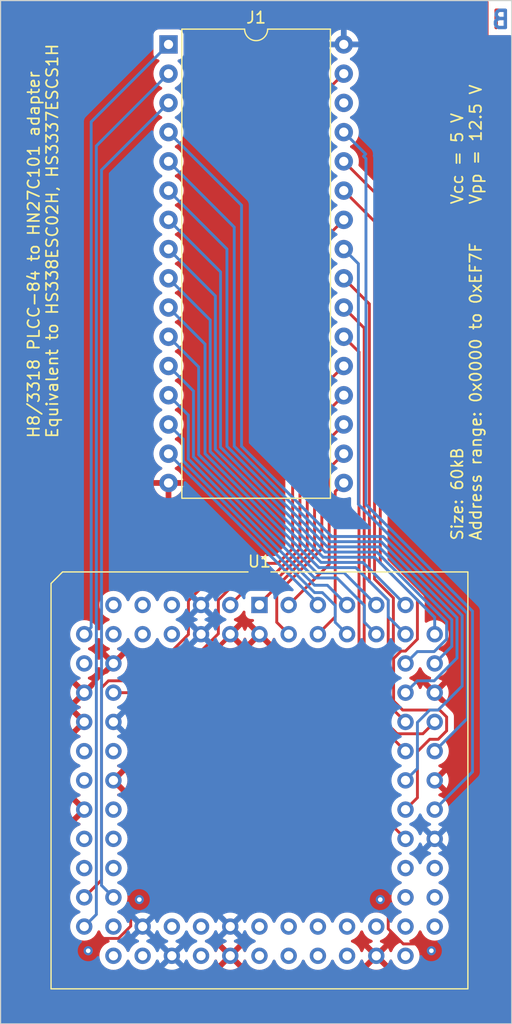
<source format=kicad_pcb>
(kicad_pcb (version 20221018) (generator pcbnew)
  (layers (0 "F.Cu" signal) (31 "B.Cu" signal) (34 "B.Paste" user) (35 "F.Paste" user) (36 "B.SilkS" user "B.Silkscreen") (37 "F.SilkS" user "F.Silkscreen") (38 "B.Mask" user) (39 "F.Mask" user) (44 "Edge.Cuts" user))
  (net 0 "")
  (net 1 "VPP")
  (net 2 "/EA16")
  (net 3 "/EA15")
  (net 4 "/EA12")
  (net 5 "/EA7")
  (net 6 "/EA6")
  (net 7 "/EA5")
  (net 8 "GND")
  (net 9 "/EA4")
  (net 10 "/EA3")
  (net 11 "/EA2")
  (net 12 "/EA1")
  (net 13 "/EA0")
  (net 14 "/EO0")
  (net 15 "/EO1")
  (net 16 "/EO2")
  (net 17 "/EO3")
  (net 18 "/EO4")
  (net 19 "/EO5")
  (net 20 "/EO6")
  (net 21 "/EO7")
  (net 22 "/CE")
  (net 23 "/EA10")
  (net 24 "/OE")
  (net 25 "/EA11")
  (net 26 "/EA9")
  (net 27 "/EA8")
  (net 28 "/EA13")
  (net 29 "/EA14")
  (net 31 "/PGM")
  (net 44 "VCC")
  (footprint "Package_DIP:DIP-32_W15.24mm" (layer "F.Cu") (at 90.805 48.26)
    (fp_text reference "J1" (at 7.62 -2.33) (layer "F.SilkS"))
    (fp_text value "Conn_02x16_Counter_Clockwise")
    (fp_line (start 1.16 -1.33) (end 1.16 39.43) (stroke (width 0.12)) (layer "F.SilkS"))
    (fp_line (start 1.16 39.43) (end 14.08 39.43) (stroke (width 0.12)) (layer "F.SilkS"))
    (fp_line (start 6.62 -1.33) (end 1.16 -1.33) (stroke (width 0.12)) (layer "F.SilkS"))
    (fp_line (start 14.08 -1.33) (end 8.62 -1.33) (stroke (width 0.12)) (layer "F.SilkS"))
    (fp_line (start 14.08 39.43) (end 14.08 -1.33) (stroke (width 0.12)) (layer "F.SilkS"))
    (fp_arc (start 8.62 -1.33) (mid 7.62 -0.33) (end 6.62 -1.33) (stroke (width 0.12)) (layer "F.SilkS"))
    (pad "1" thru_hole rect (at 0 0) (size 1.6 1.6) (drill 0.8) (layers "*.Cu" "*.Mask") (net 1 "VPP"))
    (pad "2" thru_hole oval (at 0 2.54) (size 1.6 1.6) (drill 0.8) (layers "*.Cu" "*.Mask") (net 2 "/EA16"))
    (pad "3" thru_hole oval (at 0 5.08) (size 1.6 1.6) (drill 0.8) (layers "*.Cu" "*.Mask") (net 3 "/EA15"))
    (pad "4" thru_hole oval (at 0 7.62) (size 1.6 1.6) (drill 0.8) (layers "*.Cu" "*.Mask") (net 4 "/EA12"))
    (pad "5" thru_hole oval (at 0 10.16) (size 1.6 1.6) (drill 0.8) (layers "*.Cu" "*.Mask") (net 5 "/EA7"))
    (pad "6" thru_hole oval (at 0 12.7) (size 1.6 1.6) (drill 0.8) (layers "*.Cu" "*.Mask") (net 6 "/EA6"))
    (pad "7" thru_hole oval (at 0 15.24) (size 1.6 1.6) (drill 0.8) (layers "*.Cu" "*.Mask") (net 7 "/EA5"))
    (pad "8" thru_hole oval (at 0 17.78) (size 1.6 1.6) (drill 0.8) (layers "*.Cu" "*.Mask") (net 9 "/EA4"))
    (pad "9" thru_hole oval (at 0 20.32) (size 1.6 1.6) (drill 0.8) (layers "*.Cu" "*.Mask") (net 10 "/EA3"))
    (pad "10" thru_hole oval (at 0 22.86) (size 1.6 1.6) (drill 0.8) (layers "*.Cu" "*.Mask") (net 11 "/EA2"))
    (pad "11" thru_hole oval (at 0 25.4) (size 1.6 1.6) (drill 0.8) (layers "*.Cu" "*.Mask") (net 12 "/EA1"))
    (pad "12" thru_hole oval (at 0 27.94) (size 1.6 1.6) (drill 0.8) (layers "*.Cu" "*.Mask") (net 13 "/EA0"))
    (pad "13" thru_hole oval (at 0 30.48) (size 1.6 1.6) (drill 0.8) (layers "*.Cu" "*.Mask") (net 14 "/EO0"))
    (pad "14" thru_hole oval (at 0 33.02) (size 1.6 1.6) (drill 0.8) (layers "*.Cu" "*.Mask") (net 15 "/EO1"))
    (pad "15" thru_hole oval (at 0 35.56) (size 1.6 1.6) (drill 0.8) (layers "*.Cu" "*.Mask") (net 16 "/EO2"))
    (pad "16" thru_hole oval (at 0 38.1) (size 1.6 1.6) (drill 0.8) (layers "*.Cu" "*.Mask") (net 8 "GND"))
    (pad "17" thru_hole oval (at 15.24 38.1) (size 1.6 1.6) (drill 0.8) (layers "*.Cu" "*.Mask") (net 17 "/EO3"))
    (pad "18" thru_hole oval (at 15.24 35.56) (size 1.6 1.6) (drill 0.8) (layers "*.Cu" "*.Mask") (net 18 "/EO4"))
    (pad "19" thru_hole oval (at 15.24 33.02) (size 1.6 1.6) (drill 0.8) (layers "*.Cu" "*.Mask") (net 19 "/EO5"))
    (pad "20" thru_hole oval (at 15.24 30.48) (size 1.6 1.6) (drill 0.8) (layers "*.Cu" "*.Mask") (net 20 "/EO6"))
    (pad "21" thru_hole oval (at 15.24 27.94) (size 1.6 1.6) (drill 0.8) (layers "*.Cu" "*.Mask") (net 21 "/EO7"))
    (pad "22" thru_hole oval (at 15.24 25.4) (size 1.6 1.6) (drill 0.8) (layers "*.Cu" "*.Mask") (net 22 "/CE"))
    (pad "23" thru_hole oval (at 15.24 22.86) (size 1.6 1.6) (drill 0.8) (layers "*.Cu" "*.Mask") (net 23 "/EA10"))
    (pad "24" thru_hole oval (at 15.24 20.32) (size 1.6 1.6) (drill 0.8) (layers "*.Cu" "*.Mask") (net 24 "/OE"))
    (pad "25" thru_hole oval (at 15.24 17.78) (size 1.6 1.6) (drill 0.8) (layers "*.Cu" "*.Mask") (net 25 "/EA11"))
    (pad "26" thru_hole oval (at 15.24 15.24) (size 1.6 1.6) (drill 0.8) (layers "*.Cu" "*.Mask") (net 26 "/EA9"))
    (pad "27" thru_hole oval (at 15.24 12.7) (size 1.6 1.6) (drill 0.8) (layers "*.Cu" "*.Mask") (net 27 "/EA8"))
    (pad "28" thru_hole oval (at 15.24 10.16) (size 1.6 1.6) (drill 0.8) (layers "*.Cu" "*.Mask") (net 28 "/EA13"))
    (pad "29" thru_hole oval (at 15.24 7.62) (size 1.6 1.6) (drill 0.8) (layers "*.Cu" "*.Mask") (net 29 "/EA14"))
    (pad "30" thru_hole oval (at 15.24 5.08) (size 1.6 1.6) (drill 0.8) (layers "*.Cu" "*.Mask"))
    (pad "31" thru_hole oval (at 15.24 2.54) (size 1.6 1.6) (drill 0.8) (layers "*.Cu" "*.Mask") (net 31 "/PGM"))
    (pad "32" thru_hole oval (at 15.24 0) (size 1.6 1.6) (drill 0.8) (layers "*.Cu" "*.Mask") (net 44 "VCC"))
  )
  (footprint "Package_LCC:PLCC-84_THT-Socket" (layer "F.Cu") (at 98.715 96.96)
    (fp_text reference "U1" (at 0 -3.77) (layer "F.SilkS"))
    (fp_text value "HD64x3308C")
    (fp_line (start -18.125 -1.87) (end -18.125 33.35) (stroke (width 0.12)) (layer "F.SilkS"))
    (fp_line (start -18.125 33.35) (end 18.125 33.35) (stroke (width 0.12)) (layer "F.SilkS"))
    (fp_line (start -17.125 -2.87) (end -18.125 -1.87) (stroke (width 0.12)) (layer "F.SilkS"))
    (fp_line (start -1 -2.87) (end -17.125 -2.87) (stroke (width 0.12)) (layer "F.SilkS"))
    (fp_line (start 18.125 -2.87) (end 1 -2.87) (stroke (width 0.12)) (layer "F.SilkS"))
    (fp_line (start 18.125 33.35) (end 18.125 -2.87) (stroke (width 0.12)) (layer "F.SilkS"))
    (pad "1" thru_hole rect (at 0 0) (size 1.4224 1.4224) (drill 0.8) (layers "*.Cu" "*.Mask") (net 20 "/EO6"))
    (pad "2" thru_hole circle (at 0 2.54) (size 1.4224 1.4224) (drill 0.8) (layers "*.Cu" "*.Mask") (net 8 "GND"))
    (pad "3" thru_hole circle (at -2.54 0) (size 1.4224 1.4224) (drill 0.8) (layers "*.Cu" "*.Mask") (net 21 "/EO7"))
    (pad "4" thru_hole circle (at -2.54 2.54) (size 1.4224 1.4224) (drill 0.8) (layers "*.Cu" "*.Mask") (net 8 "GND"))
    (pad "5" thru_hole circle (at -5.08 0) (size 1.4224 1.4224) (drill 0.8) (layers "*.Cu" "*.Mask") (net 44 "VCC"))
    (pad "6" thru_hole circle (at -5.08 2.54) (size 1.4224 1.4224) (drill 0.8) (layers "*.Cu" "*.Mask") (net 44 "VCC"))
    (pad "7" thru_hole circle (at -7.62 0) (size 1.4224 1.4224) (drill 0.8) (layers "*.Cu" "*.Mask"))
    (pad "8" thru_hole circle (at -7.62 2.54) (size 1.4224 1.4224) (drill 0.8) (layers "*.Cu" "*.Mask"))
    (pad "9" thru_hole circle (at -10.16 0) (size 1.4224 1.4224) (drill 0.8) (layers "*.Cu" "*.Mask"))
    (pad "10" thru_hole circle (at -10.16 2.54) (size 1.4224 1.4224) (drill 0.8) (layers "*.Cu" "*.Mask"))
    (pad "11" thru_hole circle (at -12.7 0) (size 1.4224 1.4224) (drill 0.8) (layers "*.Cu" "*.Mask"))
    (pad "12" thru_hole circle (at -15.24 2.54) (size 1.4224 1.4224) (drill 0.8) (layers "*.Cu" "*.Mask") (net 1 "VPP"))
    (pad "13" thru_hole circle (at -12.7 2.54) (size 1.4224 1.4224) (drill 0.8) (layers "*.Cu" "*.Mask"))
    (pad "14" thru_hole circle (at -15.24 5.08) (size 1.4224 1.4224) (drill 0.8) (layers "*.Cu" "*.Mask"))
    (pad "15" thru_hole circle (at -12.7 5.08) (size 1.4224 1.4224) (drill 0.8) (layers "*.Cu" "*.Mask") (net 8 "GND"))
    (pad "16" thru_hole circle (at -15.24 7.62) (size 1.4224 1.4224) (drill 0.8) (layers "*.Cu" "*.Mask") (net 8 "GND"))
    (pad "17" thru_hole circle (at -12.7 7.62) (size 1.4224 1.4224) (drill 0.8) (layers "*.Cu" "*.Mask") (net 26 "/EA9"))
    (pad "18" thru_hole circle (at -15.24 10.16) (size 1.4224 1.4224) (drill 0.8) (layers "*.Cu" "*.Mask") (net 8 "GND"))
    (pad "19" thru_hole circle (at -12.7 10.16) (size 1.4224 1.4224) (drill 0.8) (layers "*.Cu" "*.Mask") (net 44 "VCC"))
    (pad "20" thru_hole circle (at -15.24 12.7) (size 1.4224 1.4224) (drill 0.8) (layers "*.Cu" "*.Mask"))
    (pad "21" thru_hole circle (at -12.7 12.7) (size 1.4224 1.4224) (drill 0.8) (layers "*.Cu" "*.Mask"))
    (pad "22" thru_hole circle (at -15.24 15.24) (size 1.4224 1.4224) (drill 0.8) (layers "*.Cu" "*.Mask"))
    (pad "23" thru_hole circle (at -12.7 15.24) (size 1.4224 1.4224) (drill 0.8) (layers "*.Cu" "*.Mask") (net 8 "GND"))
    (pad "24" thru_hole circle (at -15.24 17.78) (size 1.4224 1.4224) (drill 0.8) (layers "*.Cu" "*.Mask") (net 8 "GND"))
    (pad "25" thru_hole circle (at -12.7 17.78) (size 1.4224 1.4224) (drill 0.8) (layers "*.Cu" "*.Mask"))
    (pad "26" thru_hole circle (at -15.24 20.32) (size 1.4224 1.4224) (drill 0.8) (layers "*.Cu" "*.Mask"))
    (pad "27" thru_hole circle (at -12.7 20.32) (size 1.4224 1.4224) (drill 0.8) (layers "*.Cu" "*.Mask"))
    (pad "28" thru_hole circle (at -15.24 22.86) (size 1.4224 1.4224) (drill 0.8) (layers "*.Cu" "*.Mask"))
    (pad "29" thru_hole circle (at -12.7 22.86) (size 1.4224 1.4224) (drill 0.8) (layers "*.Cu" "*.Mask"))
    (pad "30" thru_hole circle (at -15.24 25.4) (size 1.4224 1.4224) (drill 0.8) (layers "*.Cu" "*.Mask") (net 31 "/PGM"))
    (pad "31" thru_hole circle (at -12.7 25.4) (size 1.4224 1.4224) (drill 0.8) (layers "*.Cu" "*.Mask") (net 3 "/EA15"))
    (pad "32" thru_hole circle (at -15.24 27.94) (size 1.4224 1.4224) (drill 0.8) (layers "*.Cu" "*.Mask") (net 2 "/EA16"))
    (pad "33" thru_hole circle (at -12.7 30.48) (size 1.4224 1.4224) (drill 0.8) (layers "*.Cu" "*.Mask"))
    (pad "34" thru_hole circle (at -12.7 27.94) (size 1.4224 1.4224) (drill 0.8) (layers "*.Cu" "*.Mask"))
    (pad "35" thru_hole circle (at -10.16 30.48) (size 1.4224 1.4224) (drill 0.8) (layers "*.Cu" "*.Mask"))
    (pad "36" thru_hole circle (at -10.16 27.94) (size 1.4224 1.4224) (drill 0.8) (layers "*.Cu" "*.Mask") (net 44 "VCC"))
    (pad "37" thru_hole circle (at -7.62 30.48) (size 1.4224 1.4224) (drill 0.8) (layers "*.Cu" "*.Mask") (net 44 "VCC"))
    (pad "38" thru_hole circle (at -7.62 27.94) (size 1.4224 1.4224) (drill 0.8) (layers "*.Cu" "*.Mask"))
    (pad "39" thru_hole circle (at -5.08 30.48) (size 1.4224 1.4224) (drill 0.8) (layers "*.Cu" "*.Mask"))
    (pad "40" thru_hole circle (at -5.08 27.94) (size 1.4224 1.4224) (drill 0.8) (layers "*.Cu" "*.Mask"))
    (pad "41" thru_hole circle (at -2.54 30.48) (size 1.4224 1.4224) (drill 0.8) (layers "*.Cu" "*.Mask") (net 8 "GND"))
    (pad "42" thru_hole circle (at -2.54 27.94) (size 1.4224 1.4224) (drill 0.8) (layers "*.Cu" "*.Mask") (net 44 "VCC"))
    (pad "43" thru_hole circle (at 0 30.48) (size 1.4224 1.4224) (drill 0.8) (layers "*.Cu" "*.Mask"))
    (pad "44" thru_hole circle (at 0 27.94) (size 1.4224 1.4224) (drill 0.8) (layers "*.Cu" "*.Mask"))
    (pad "45" thru_hole circle (at 2.54 30.48) (size 1.4224 1.4224) (drill 0.8) (layers "*.Cu" "*.Mask"))
    (pad "46" thru_hole circle (at 2.54 27.94) (size 1.4224 1.4224) (drill 0.8) (layers "*.Cu" "*.Mask"))
    (pad "47" thru_hole circle (at 5.08 30.48) (size 1.4224 1.4224) (drill 0.8) (layers "*.Cu" "*.Mask"))
    (pad "48" thru_hole circle (at 5.08 27.94) (size 1.4224 1.4224) (drill 0.8) (layers "*.Cu" "*.Mask"))
    (pad "49" thru_hole circle (at 7.62 30.48) (size 1.4224 1.4224) (drill 0.8) (layers "*.Cu" "*.Mask"))
    (pad "50" thru_hole circle (at 7.62 27.94) (size 1.4224 1.4224) (drill 0.8) (layers "*.Cu" "*.Mask"))
    (pad "51" thru_hole circle (at 10.16 30.48) (size 1.4224 1.4224) (drill 0.8) (layers "*.Cu" "*.Mask") (net 8 "GND"))
    (pad "52" thru_hole circle (at 10.16 27.94) (size 1.4224 1.4224) (drill 0.8) (layers "*.Cu" "*.Mask"))
    (pad "53" thru_hole circle (at 12.7 30.48) (size 1.4224 1.4224) (drill 0.8) (layers "*.Cu" "*.Mask"))
    (pad "54" thru_hole circle (at 15.24 27.94) (size 1.4224 1.4224) (drill 0.8) (layers "*.Cu" "*.Mask"))
    (pad "55" thru_hole circle (at 12.7 27.94) (size 1.4224 1.4224) (drill 0.8) (layers "*.Cu" "*.Mask"))
    (pad "56" thru_hole circle (at 15.24 25.4) (size 1.4224 1.4224) (drill 0.8) (layers "*.Cu" "*.Mask"))
    (pad "57" thru_hole circle (at 12.7 25.4) (size 1.4224 1.4224) (drill 0.8) (layers "*.Cu" "*.Mask"))
    (pad "58" thru_hole circle (at 15.24 22.86) (size 1.4224 1.4224) (drill 0.8) (layers "*.Cu" "*.Mask"))
    (pad "59" thru_hole circle (at 12.7 22.86) (size 1.4224 1.4224) (drill 0.8) (layers "*.Cu" "*.Mask"))
    (pad "60" thru_hole circle (at 15.24 20.32) (size 1.4224 1.4224) (drill 0.8) (layers "*.Cu" "*.Mask") (net 44 "VCC"))
    (pad "61" thru_hole circle (at 12.7 20.32) (size 1.4224 1.4224) (drill 0.8) (layers "*.Cu" "*.Mask") (net 22 "/CE"))
    (pad "62" thru_hole circle (at 15.24 17.78) (size 1.4224 1.4224) (drill 0.8) (layers "*.Cu" "*.Mask") (net 29 "/EA14"))
    (pad "63" thru_hole circle (at 12.7 17.78) (size 1.4224 1.4224) (drill 0.8) (layers "*.Cu" "*.Mask") (net 28 "/EA13"))
    (pad "64" thru_hole circle (at 15.24 15.24) (size 1.4224 1.4224) (drill 0.8) (layers "*.Cu" "*.Mask") (net 8 "GND"))
    (pad "65" thru_hole circle (at 12.7 15.24) (size 1.4224 1.4224) (drill 0.8) (layers "*.Cu" "*.Mask") (net 4 "/EA12"))
    (pad "66" thru_hole circle (at 15.24 12.7) (size 1.4224 1.4224) (drill 0.8) (layers "*.Cu" "*.Mask") (net 25 "/EA11"))
    (pad "67" thru_hole circle (at 12.7 12.7) (size 1.4224 1.4224) (drill 0.8) (layers "*.Cu" "*.Mask") (net 23 "/EA10"))
    (pad "68" thru_hole circle (at 15.24 10.16) (size 1.4224 1.4224) (drill 0.8) (layers "*.Cu" "*.Mask") (net 24 "/OE"))
    (pad "69" thru_hole circle (at 12.7 10.16) (size 1.4224 1.4224) (drill 0.8) (layers "*.Cu" "*.Mask") (net 27 "/EA8"))
    (pad "70" thru_hole circle (at 15.24 7.62) (size 1.4224 1.4224) (drill 0.8) (layers "*.Cu" "*.Mask") (net 8 "GND"))
    (pad "71" thru_hole circle (at 12.7 7.62) (size 1.4224 1.4224) (drill 0.8) (layers "*.Cu" "*.Mask") (net 5 "/EA7"))
    (pad "72" thru_hole circle (at 15.24 5.08) (size 1.4224 1.4224) (drill 0.8) (layers "*.Cu" "*.Mask") (net 6 "/EA6"))
    (pad "73" thru_hole circle (at 12.7 5.08) (size 1.4224 1.4224) (drill 0.8) (layers "*.Cu" "*.Mask") (net 7 "/EA5"))
    (pad "74" thru_hole circle (at 15.24 2.54) (size 1.4224 1.4224) (drill 0.8) (layers "*.Cu" "*.Mask") (net 9 "/EA4"))
    (pad "75" thru_hole circle (at 12.7 0) (size 1.4224 1.4224) (drill 0.8) (layers "*.Cu" "*.Mask") (net 10 "/EA3"))
    (pad "76" thru_hole circle (at 12.7 2.54) (size 1.4224 1.4224) (drill 0.8) (layers "*.Cu" "*.Mask") (net 11 "/EA2"))
    (pad "77" thru_hole circle (at 10.16 0) (size 1.4224 1.4224) (drill 0.8) (layers "*.Cu" "*.Mask") (net 12 "/EA1"))
    (pad "78" thru_hole circle (at 10.16 2.54) (size 1.4224 1.4224) (drill 0.8) (layers "*.Cu" "*.Mask") (net 13 "/EA0"))
    (pad "79" thru_hole circle (at 7.62 0) (size 1.4224 1.4224) (drill 0.8) (layers "*.Cu" "*.Mask") (net 14 "/EO0"))
    (pad "80" thru_hole circle (at 7.62 2.54) (size 1.4224 1.4224) (drill 0.8) (layers "*.Cu" "*.Mask") (net 15 "/EO1"))
    (pad "81" thru_hole circle (at 5.08 0) (size 1.4224 1.4224) (drill 0.8) (layers "*.Cu" "*.Mask") (net 16 "/EO2"))
    (pad "82" thru_hole circle (at 5.08 2.54) (size 1.4224 1.4224) (drill 0.8) (layers "*.Cu" "*.Mask") (net 17 "/EO3"))
    (pad "83" thru_hole circle (at 2.54 0) (size 1.4224 1.4224) (drill 0.8) (layers "*.Cu" "*.Mask") (net 18 "/EO4"))
    (pad "84" thru_hole circle (at 2.54 2.54) (size 1.4224 1.4224) (drill 0.8) (layers "*.Cu" "*.Mask") (net 19 "/EO5"))
  )
  (gr_rect (start 76.2 44.45) (end 120.65 133.35) (stroke (width 0.1)) (fill none) (layer "Edge.Cuts"))
  (gr_text "F\n" (at 118.745 46.99) (layer "F.Cu") (effects (font (size 1.5 1.5) (thickness 0.3) bold) (justify left bottom)))
  (gr_text "B\n" (at 120.65 46.99) (layer "B.Cu") (effects (font (size 1.5 1.5) (thickness 0.3) bold) (justify left bottom mirror)))
  (gr_text "Size: 60kB\nAddress range: 0x0000 to 0xEF7F" (at 118.11 91.44 90) (layer "F.SilkS") (effects (font (size 1 1)) (justify left bottom)))
  (gr_text "H8/3318 PLCC-84 to HN27C101 adapter\nEquivalent to HS338ESC02H, HS3337ESCS1H" (at 81.28 82.55 90) (layer "F.SilkS") (effects (font (size 1 1)) (justify left bottom)))
  (gr_text "Vcc = 5 V\nVpp = 12.5 V" (at 118.11 62.23 90) (layer "F.SilkS") (effects (font (size 1 1)) (justify left bottom)))
  (segment (start 84.0788 54.9862) (end 84.0788 98.8962) (width 0.25) (layer "B.Cu") (net 1))
  (segment (start 84.0788 98.8962) (end 83.475 99.5) (width 0.25) (layer "B.Cu") (net 1))
  (segment (start 90.805 48.26) (end 84.0788 54.9862) (width 0.25) (layer "B.Cu") (net 1))
  (segment (start 90.805 50.8) (end 84.5288 57.0762) (width 0.25) (layer "B.Cu") (net 2))
  (segment (start 84.5288 123.8462) (end 83.475 124.9) (width 0.25) (layer "B.Cu") (net 2))
  (segment (start 84.5288 57.0762) (end 84.5288 123.8462) (width 0.25) (layer "B.Cu") (net 2))
  (segment (start 84.9788 59.1662) (end 84.9788 121.3238) (width 0.25) (layer "B.Cu") (net 3))
  (segment (start 90.805 53.34) (end 84.9788 59.1662) (width 0.25) (layer "B.Cu") (net 3))
  (segment (start 84.9788 121.3238) (end 86.015 122.36) (width 0.25) (layer "B.Cu") (net 3))
  (segment (start 104.998262 91.012906) (end 109.477063 91.012906) (width 0.25) (layer "B.Cu") (net 4))
  (segment (start 114.256015 106.088985) (end 113.522442 106.088985) (width 0.25) (layer "B.Cu") (net 4))
  (segment (start 97.155 83.169644) (end 104.998262 91.012906) (width 0.25) (layer "B.Cu") (net 4))
  (segment (start 116.3412 104.0038) (end 114.256015 106.088985) (width 0.25) (layer "B.Cu") (net 4))
  (segment (start 97.155 62.23) (end 97.155 83.169644) (width 0.25) (layer "B.Cu") (net 4))
  (segment (start 90.805 55.88) (end 97.155 62.23) (width 0.25) (layer "B.Cu") (net 4))
  (segment (start 116.3412 97.877043) (end 116.3412 104.0038) (width 0.25) (layer "B.Cu") (net 4))
  (segment (start 112.4512 107.160227) (end 112.4512 111.1638) (width 0.25) (layer "B.Cu") (net 4))
  (segment (start 112.4512 111.1638) (end 111.415 112.2) (width 0.25) (layer "B.Cu") (net 4))
  (segment (start 109.477063 91.012906) (end 116.3412 97.877043) (width 0.25) (layer "B.Cu") (net 4))
  (segment (start 113.522442 106.088985) (end 112.4512 107.160227) (width 0.25) (layer "B.Cu") (net 4))
  (segment (start 109.290667 91.462906) (end 115.8912 98.063439) (width 0.25) (layer "B.Cu") (net 5))
  (segment (start 96.52 64.135) (end 96.52 83.17104) (width 0.25) (layer "B.Cu") (net 5))
  (segment (start 113.909588 103.548985) (end 112.446015 103.548985) (width 0.25) (layer "B.Cu") (net 5))
  (segment (start 90.805 58.42) (end 96.52 64.135) (width 0.25) (layer "B.Cu") (net 5))
  (segment (start 96.52 83.17104) (end 104.811866 91.462906) (width 0.25) (layer "B.Cu") (net 5))
  (segment (start 115.8912 98.063439) (end 115.8912 101.567373) (width 0.25) (layer "B.Cu") (net 5))
  (segment (start 112.446015 103.548985) (end 111.415 104.58) (width 0.25) (layer "B.Cu") (net 5))
  (segment (start 104.811866 91.462906) (end 109.290667 91.462906) (width 0.25) (layer "B.Cu") (net 5))
  (segment (start 115.8912 101.567373) (end 113.909588 103.548985) (width 0.25) (layer "B.Cu") (net 5))
  (segment (start 90.805 60.96) (end 95.885 66.04) (width 0.25) (layer "B.Cu") (net 6))
  (segment (start 115.4412 98.249835) (end 115.4412 100.5538) (width 0.25) (layer "B.Cu") (net 6))
  (segment (start 109.104271 91.912906) (end 115.4412 98.249835) (width 0.25) (layer "B.Cu") (net 6))
  (segment (start 95.885 66.04) (end 95.885 83.172436) (width 0.25) (layer "B.Cu") (net 6))
  (segment (start 104.62547 91.912906) (end 109.104271 91.912906) (width 0.25) (layer "B.Cu") (net 6))
  (segment (start 95.885 83.172436) (end 104.62547 91.912906) (width 0.25) (layer "B.Cu") (net 6))
  (segment (start 115.4412 100.5538) (end 113.955 102.04) (width 0.25) (layer "B.Cu") (net 6))
  (segment (start 95.33 68.025) (end 95.33 83.253832) (width 0.25) (layer "B.Cu") (net 7))
  (segment (start 114.9912 99.927373) (end 113.909588 101.008985) (width 0.25) (layer "B.Cu") (net 7))
  (segment (start 112.446015 101.008985) (end 111.415 102.04) (width 0.25) (layer "B.Cu") (net 7))
  (segment (start 114.9912 98.436231) (end 114.9912 99.927373) (width 0.25) (layer "B.Cu") (net 7))
  (segment (start 108.917875 92.362906) (end 114.9912 98.436231) (width 0.25) (layer "B.Cu") (net 7))
  (segment (start 95.33 83.253832) (end 104.439074 92.362906) (width 0.25) (layer "B.Cu") (net 7))
  (segment (start 90.805 63.5) (end 95.33 68.025) (width 0.25) (layer "B.Cu") (net 7))
  (segment (start 104.439074 92.362906) (end 108.917875 92.362906) (width 0.25) (layer "B.Cu") (net 7))
  (segment (start 113.909588 101.008985) (end 112.446015 101.008985) (width 0.25) (layer "B.Cu") (net 7))
  (segment (start 84.888985 125.931015) (end 86.447558 125.931015) (width 0.25) (layer "F.Cu") (net 8))
  (segment (start 109.9112 125.095) (end 109.9112 123.2462) (width 0.25) (layer "F.Cu") (net 8))
  (segment (start 83.82 127) (end 84.888985 125.931015) (width 0.25) (layer "F.Cu") (net 8))
  (segment (start 109.9112 123.2462) (end 109.22 122.555) (width 0.25) (layer "F.Cu") (net 8))
  (segment (start 113.665 127) (end 113.073985 126.408985) (width 0.25) (layer "F.Cu") (net 8))
  (segment (start 87.5188 124.859773) (end 87.5188 123.3012) (width 0.25) (layer "F.Cu") (net 8))
  (segment (start 86.447558 125.931015) (end 87.5188 124.859773) (width 0.25) (layer "F.Cu") (net 8))
  (segment (start 111.225185 126.408985) (end 109.9112 125.095) (width 0.25) (layer "F.Cu") (net 8))
  (segment (start 87.5188 123.3012) (end 88.265 122.555) (width 0.25) (layer "F.Cu") (net 8))
  (segment (start 113.073985 126.408985) (end 111.225185 126.408985) (width 0.25) (layer "F.Cu") (net 8))
  (via (at 113.665 127) (size 0.8) (drill 0.4) (layers "F.Cu" "B.Cu") (net 8))
  (via (at 109.22 122.555) (size 0.8) (drill 0.4) (layers "F.Cu" "B.Cu") (net 8))
  (via (at 88.265 122.555) (size 0.8) (drill 0.4) (layers "F.Cu" "B.Cu") (net 8))
  (via (at 83.82 127) (size 0.8) (drill 0.4) (layers "F.Cu" "B.Cu") (net 8))
  (segment (start 94.88 83.440228) (end 104.252678 92.812906) (width 0.25) (layer "B.Cu") (net 9))
  (segment (start 108.731479 92.812906) (end 113.955 98.036427) (width 0.25) (layer "B.Cu") (net 9))
  (segment (start 94.88 70.115) (end 94.88 83.440228) (width 0.25) (layer "B.Cu") (net 9))
  (segment (start 113.955 98.036427) (end 113.955 99.5) (width 0.25) (layer "B.Cu") (net 9))
  (segment (start 90.805 66.04) (end 94.88 70.115) (width 0.25) (layer "B.Cu") (net 9))
  (segment (start 104.252678 92.812906) (end 108.731479 92.812906) (width 0.25) (layer "B.Cu") (net 9))
  (segment (start 107.717906 93.262906) (end 111.415 96.96) (width 0.25) (layer "B.Cu") (net 10))
  (segment (start 94.43 72.205) (end 94.43 83.626624) (width 0.25) (layer "B.Cu") (net 10))
  (segment (start 90.805 68.58) (end 94.43 72.205) (width 0.25) (layer "B.Cu") (net 10))
  (segment (start 104.066282 93.262906) (end 107.717906 93.262906) (width 0.25) (layer "B.Cu") (net 10))
  (segment (start 94.43 83.626624) (end 104.066282 93.262906) (width 0.25) (layer "B.Cu") (net 10))
  (segment (start 93.98 83.81302) (end 103.879886 93.712906) (width 0.25) (layer "B.Cu") (net 11))
  (segment (start 109.9112 97.9962) (end 111.415 99.5) (width 0.25) (layer "B.Cu") (net 11))
  (segment (start 107.091479 93.712906) (end 109.9112 96.532627) (width 0.25) (layer "B.Cu") (net 11))
  (segment (start 93.98 74.295) (end 93.98 83.81302) (width 0.25) (layer "B.Cu") (net 11))
  (segment (start 90.805 71.12) (end 93.98 74.295) (width 0.25) (layer "B.Cu") (net 11))
  (segment (start 109.9112 96.532627) (end 109.9112 97.9962) (width 0.25) (layer "B.Cu") (net 11))
  (segment (start 103.879886 93.712906) (end 107.091479 93.712906) (width 0.25) (layer "B.Cu") (net 11))
  (segment (start 93.425 83.894416) (end 103.69349 94.162906) (width 0.25) (layer "B.Cu") (net 12))
  (segment (start 106.077906 94.162906) (end 108.875 96.96) (width 0.25) (layer "B.Cu") (net 12))
  (segment (start 103.69349 94.162906) (end 106.077906 94.162906) (width 0.25) (layer "B.Cu") (net 12))
  (segment (start 93.425 76.28) (end 93.425 83.894416) (width 0.25) (layer "B.Cu") (net 12))
  (segment (start 90.805 73.66) (end 93.425 76.28) (width 0.25) (layer "B.Cu") (net 12))
  (segment (start 90.805 76.2) (end 92.975 78.37) (width 0.25) (layer "B.Cu") (net 13))
  (segment (start 107.8388 98.4638) (end 108.875 99.5) (width 0.25) (layer "B.Cu") (net 13))
  (segment (start 105.451479 94.612906) (end 107.8388 97.000227) (width 0.25) (layer "B.Cu") (net 13))
  (segment (start 107.8388 97.000227) (end 107.8388 98.4638) (width 0.25) (layer "B.Cu") (net 13))
  (segment (start 92.975 84.080812) (end 103.507094 94.612906) (width 0.25) (layer "B.Cu") (net 13))
  (segment (start 92.975 78.37) (end 92.975 84.080812) (width 0.25) (layer "B.Cu") (net 13))
  (segment (start 103.507094 94.612906) (end 105.451479 94.612906) (width 0.25) (layer "B.Cu") (net 13))
  (segment (start 103.506396 95.248604) (end 104.623604 95.248604) (width 0.25) (layer "B.Cu") (net 14))
  (segment (start 92.525 80.46) (end 92.525 84.267208) (width 0.25) (layer "B.Cu") (net 14))
  (segment (start 104.623604 95.248604) (end 106.335 96.96) (width 0.25) (layer "B.Cu") (net 14))
  (segment (start 90.805 78.74) (end 92.525 80.46) (width 0.25) (layer "B.Cu") (net 14))
  (segment (start 92.525 84.267208) (end 103.506396 95.248604) (width 0.25) (layer "B.Cu") (net 14))
  (segment (start 92.075 84.453604) (end 103.505698 95.884302) (width 0.25) (layer "B.Cu") (net 15))
  (segment (start 92.075698 82.550698) (end 92.075 82.551396) (width 0.25) (layer "B.Cu") (net 15))
  (segment (start 92.075 82.551396) (end 92.075 84.453604) (width 0.25) (layer "B.Cu") (net 15))
  (segment (start 105.2988 98.4638) (end 106.335 99.5) (width 0.25) (layer "B.Cu") (net 15))
  (segment (start 90.805 81.28) (end 92.075698 82.550698) (width 0.25) (layer "B.Cu") (net 15))
  (segment (start 105.2988 97.000227) (end 105.2988 98.4638) (width 0.25) (layer "B.Cu") (net 15))
  (segment (start 104.182875 95.884302) (end 105.2988 97.000227) (width 0.25) (layer "B.Cu") (net 15))
  (segment (start 103.505698 95.884302) (end 104.182875 95.884302) (width 0.25) (layer "B.Cu") (net 15))
  (segment (start 90.805 83.82) (end 103.795 96.81) (width 0.25) (layer "B.Cu") (net 16))
  (segment (start 103.795 96.81) (end 103.795 96.96) (width 0.25) (layer "B.Cu") (net 16))
  (segment (start 105.2988 87.1062) (end 105.2988 97.9962) (width 0.25) (layer "F.Cu") (net 17))
  (segment (start 106.045 86.36) (end 105.2988 87.1062) (width 0.25) (layer "F.Cu") (net 17))
  (segment (start 105.2988 97.9962) (end 103.795 99.5) (width 0.25) (layer "F.Cu") (net 17))
  (segment (start 104.775 85.09) (end 104.775 93.44) (width 0.25) (layer "F.Cu") (net 18))
  (segment (start 104.775 93.44) (end 101.255 96.96) (width 0.25) (layer "F.Cu") (net 18))
  (segment (start 106.045 83.82) (end 104.775 85.09) (width 0.25) (layer "F.Cu") (net 18))
  (segment (start 104.14 92.075) (end 100.2188 95.9962) (width 0.25) (layer "F.Cu") (net 19))
  (segment (start 106.045 81.28) (end 104.14 83.185) (width 0.25) (layer "F.Cu") (net 19))
  (segment (start 104.14 83.185) (end 104.14 92.075) (width 0.25) (layer "F.Cu") (net 19))
  (segment (start 100.2188 95.9962) (end 100.2188 98.4638) (width 0.25) (layer "F.Cu") (net 19))
  (segment (start 100.2188 98.4638) (end 101.255 99.5) (width 0.25) (layer "F.Cu") (net 19))
  (segment (start 106.045 78.74) (end 103.505 81.28) (width 0.25) (layer "F.Cu") (net 20))
  (segment (start 98.715 96.863604) (end 98.715 96.96) (width 0.25) (layer "F.Cu") (net 20))
  (segment (start 103.505 92.073604) (end 98.715 96.863604) (width 0.25) (layer "F.Cu") (net 20))
  (segment (start 103.505 81.28) (end 103.505 92.073604) (width 0.25) (layer "F.Cu") (net 20))
  (segment (start 102.87 79.375) (end 102.87 92.072208) (width 0.25) (layer "F.Cu") (net 21))
  (segment (start 106.045 76.2) (end 102.87 79.375) (width 0.25) (layer "F.Cu") (net 21))
  (segment (start 98.521396 94.613604) (end 96.175 96.96) (width 0.25) (layer "F.Cu") (net 21))
  (segment (start 102.87 92.072208) (end 100.328604 94.613604) (width 0.25) (layer "F.Cu") (net 21))
  (segment (start 100.328604 94.613604) (end 98.521396 94.613604) (width 0.25) (layer "F.Cu") (net 21))
  (segment (start 107.3712 113.2362) (end 111.415 117.28) (width 0.25) (layer "F.Cu") (net 22))
  (segment (start 106.045 73.66) (end 107.3712 74.9862) (width 0.25) (layer "F.Cu") (net 22))
  (segment (start 107.3712 74.9862) (end 107.3712 113.2362) (width 0.25) (layer "F.Cu") (net 22))
  (segment (start 107.8212 72.8962) (end 107.8212 106.0662) (width 0.25) (layer "F.Cu") (net 23))
  (segment (start 106.045 71.12) (end 107.8212 72.8962) (width 0.25) (layer "F.Cu") (net 23))
  (segment (start 107.8212 106.0662) (end 111.415 109.66) (width 0.25) (layer "F.Cu") (net 23))
  (segment (start 112.923985 108.151015) (end 113.955 107.12) (width 0.25) (layer "F.Cu") (net 24))
  (segment (start 109.4788 101.239835) (end 109.4788 106.9388) (width 0.25) (layer "F.Cu") (net 24))
  (segment (start 106.045 68.58) (end 108.2712 70.8062) (width 0.25) (layer "F.Cu") (net 24))
  (segment (start 109.9112 100.807435) (end 109.4788 101.239835) (width 0.25) (layer "F.Cu") (net 24))
  (segment (start 108.2712 94.9288) (end 108.307373 94.9288) (width 0.25) (layer "F.Cu") (net 24))
  (segment (start 109.4788 106.9388) (end 110.691015 108.151015) (width 0.25) (layer "F.Cu") (net 24))
  (segment (start 110.691015 108.151015) (end 112.923985 108.151015) (width 0.25) (layer "F.Cu") (net 24))
  (segment (start 108.2712 70.8062) (end 108.2712 94.9288) (width 0.25) (layer "F.Cu") (net 24))
  (segment (start 109.9112 96.532627) (end 109.9112 100.807435) (width 0.25) (layer "F.Cu") (net 24))
  (segment (start 108.307373 94.9288) (end 109.9112 96.532627) (width 0.25) (layer "F.Cu") (net 24))
  (segment (start 116.7912 97.690647) (end 116.7912 106.8238) (width 0.25) (layer "B.Cu") (net 25))
  (segment (start 107.315 67.31) (end 107.315 88.214447) (width 0.25) (layer "B.Cu") (net 25))
  (segment (start 107.315 88.214447) (end 116.7912 97.690647) (width 0.25) (layer "B.Cu") (net 25))
  (segment (start 116.7912 106.8238) (end 113.955 109.66) (width 0.25) (layer "B.Cu") (net 25))
  (segment (start 106.045 66.04) (end 107.315 67.31) (width 0.25) (layer "B.Cu") (net 25))
  (segment (start 106.045 63.5) (end 102.235 67.31) (width 0.25) (layer "F.Cu") (net 26))
  (segment (start 95.1388 96.532627) (end 95.1388 99.459773) (width 0.25) (layer "F.Cu") (net 26))
  (segment (start 90.018573 104.58) (end 86.015 104.58) (width 0.25) (layer "F.Cu") (net 26))
  (segment (start 95.1388 99.459773) (end 90.018573 104.58) (width 0.25) (layer "F.Cu") (net 26))
  (segment (start 97.507823 94.163604) (end 95.1388 96.532627) (width 0.25) (layer "F.Cu") (net 26))
  (segment (start 102.235 67.31) (end 102.235 92.070812) (width 0.25) (layer "F.Cu") (net 26))
  (segment (start 100.142208 94.163604) (end 97.507823 94.163604) (width 0.25) (layer "F.Cu") (net 26))
  (segment (start 102.235 92.070812) (end 100.142208 94.163604) (width 0.25) (layer "F.Cu") (net 26))
  (segment (start 109.9288 101.426231) (end 109.9288 105.6338) (width 0.25) (layer "F.Cu") (net 27))
  (segment (start 108.7212 94.706231) (end 108.7212 63.6362) (width 0.25) (layer "F.Cu") (net 27))
  (segment (start 110.3612 100.993831) (end 109.9288 101.426231) (width 0.25) (layer "F.Cu") (net 27))
  (segment (start 110.3612 96.346231) (end 108.7212 94.706231) (width 0.25) (layer "F.Cu") (net 27))
  (segment (start 109.9288 105.6338) (end 111.415 107.12) (width 0.25) (layer "F.Cu") (net 27))
  (segment (start 110.3612 96.346231) (end 110.3612 100.993831) (width 0.25) (layer "F.Cu") (net 27))
  (segment (start 108.7212 63.6362) (end 106.045 60.96) (width 0.25) (layer "F.Cu") (net 27))
  (segment (start 112.4512 109.700227) (end 112.4512 113.7038) (width 0.25) (layer "F.Cu") (net 28))
  (segment (start 114.387558 106.088985) (end 114.9912 106.692627) (width 0.25) (layer "F.Cu") (net 28))
  (segment (start 110.3788 105.2988) (end 111.168985 106.088985) (width 0.25) (layer "F.Cu") (net 28))
  (segment (start 114.256015 108.628985) (end 113.522442 108.628985) (width 0.25) (layer "F.Cu") (net 28))
  (segment (start 106.045 58.42) (end 109.22 61.595) (width 0.25) (layer "F.Cu") (net 28))
  (segment (start 109.22 93.301427) (end 112.4512 96.532627) (width 0.25) (layer "F.Cu") (net 28))
  (segment (start 110.3788 101.612627) (end 110.3788 105.2988) (width 0.25) (layer "F.Cu") (net 28))
  (segment (start 111.026427 100.965) (end 110.3788 101.612627) (width 0.25) (layer "F.Cu") (net 28))
  (segment (start 113.522442 108.628985) (end 112.4512 109.700227) (width 0.25) (layer "F.Cu") (net 28))
  (segment (start 109.22 61.595) (end 109.22 93.301427) (width 0.25) (layer "F.Cu") (net 28))
  (segment (start 111.413573 100.965) (end 111.026427 100.965) (width 0.25) (layer "F.Cu") (net 28))
  (segment (start 114.9912 106.692627) (end 114.9912 107.8938) (width 0.25) (layer "F.Cu") (net 28))
  (segment (start 114.9912 107.8938) (end 114.256015 108.628985) (width 0.25) (layer "F.Cu") (net 28))
  (segment (start 111.168985 106.088985) (end 114.387558 106.088985) (width 0.25) (layer "F.Cu") (net 28))
  (segment (start 112.4512 99.927373) (end 111.413573 100.965) (width 0.25) (layer "F.Cu") (net 28))
  (segment (start 112.4512 113.7038) (end 111.415 114.74) (width 0.25) (layer "F.Cu") (net 28))
  (segment (start 112.4512 96.532627) (end 112.4512 99.927373) (width 0.25) (layer "F.Cu") (net 28))
  (segment (start 107.765 57.97) (end 107.975975 58.180975) (width 0.25) (layer "B.Cu") (net 29))
  (segment (start 107.95 57.785) (end 107.765 57.97) (width 0.25) (layer "B.Cu") (net 29))
  (segment (start 106.045 55.88) (end 107.95 57.785) (width 0.25) (layer "B.Cu") (net 29))
  (segment (start 107.975975 88.239026) (end 117.2412 97.504251) (width 0.25) (layer "B.Cu") (net 29))
  (segment (start 117.2412 111.4538) (end 113.955 114.74) (width 0.25) (layer "B.Cu") (net 29))
  (segment (start 117.2412 97.504251) (end 117.2412 111.4538) (width 0.25) (layer "B.Cu") (net 29))
  (segment (start 107.975975 58.180975) (end 107.975975 88.239026) (width 0.25) (layer "B.Cu") (net 29))
  (segment (start 106.045 50.8) (end 101.6 55.245) (width 0.25) (layer "F.Cu") (net 31))
  (segment (start 84.9788 120.8562) (end 83.475 122.36) (width 0.25) (layer "F.Cu") (net 31))
  (segment (start 92.536088 96.595339) (end 92.536088 99.522485) (width 0.25) (layer "F.Cu") (net 31))
  (segment (start 92.536088 99.522485) (end 88.509588 103.548985) (width 0.25) (layer "F.Cu") (net 31))
  (segment (start 101.6 92.069416) (end 100.324416 93.345) (width 0.25) (layer "F.Cu") (net 31))
  (segment (start 88.509588 103.548985) (end 85.582442 103.548985) (width 0.25) (layer "F.Cu") (net 31))
  (segment (start 100.324416 93.345) (end 95.786427 93.345) (width 0.25) (layer "F.Cu") (net 31))
  (segment (start 101.6 55.245) (end 101.6 92.069416) (width 0.25) (layer "F.Cu") (net 31))
  (segment (start 95.786427 93.345) (end 92.536088 96.595339) (width 0.25) (layer "F.Cu") (net 31))
  (segment (start 84.9788 104.152627) (end 84.9788 120.8562) (width 0.25) (layer "F.Cu") (net 31))
  (segment (start 85.582442 103.548985) (end 84.9788 104.152627) (width 0.25) (layer "F.Cu") (net 31))
  (zone (net 8) (net_name "GND") (layer "F.Cu") (connect_pads (clearance 0.508)) (min_thickness 0.25) (fill yes (thermal_gap 0.5) (thermal_bridge_width 0.5))
    (polygon (pts (xy 76.2 44.45) (xy 120.65 44.45) (xy 120.65 133.35) (xy 76.2 133.35)))
  )
  (zone (net 44) (net_name "VCC") (layer "B.Cu") (priority 1) (connect_pads (clearance 0.508)) (min_thickness 0.25) (fill yes (thermal_gap 0.5) (thermal_bridge_width 0.5))
    (polygon (pts (xy 120.65 44.45) (xy 76.2 44.45) (xy 76.2 133.35) (xy 120.65 133.35)))
  )
)
</source>
